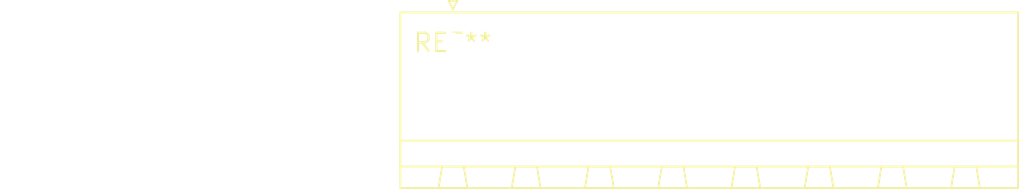
<source format=kicad_pcb>
(kicad_pcb (version 20240108) (generator pcbnew)
  (layers (0 "F.Cu" signal) (31 "B.Cu" signal) (34 "B.Paste" user) (35 "F.Paste" user) (36 "B.SilkS" user "B.Silkscreen") (37 "F.SilkS" user "F.Silkscreen") (38 "B.Mask" user) (39 "F.Mask" user) (44 "Edge.Cuts" user))
  (net 0 "")
  (footprint "PhoenixContact_MSTBA_2,5_8-G-5,08_1x08_P5.08mm_Horizontal" (layer "F.Cu") (at 0 0)
    (property "Reference" "REF**")
    (property "Value" "PhoenixContact_MSTBA_2,5_8-G-5,08_1x08_P5.08mm_Horizontal")
    (fp_line (start -3.65 -2.11) (end -3.65 10.11) (layer "F.SilkS") (stroke (width 0.12)))
    (fp_line (start -3.65 6.81) (end 39.21 6.81) (layer "F.SilkS") (stroke (width 0.12)))
    (fp_line (start -3.65 8.61) (end -3.65 6.81) (layer "F.SilkS") (stroke (width 0.12)))
    (fp_line (start -3.65 10.11) (end 39.21 10.11) (layer "F.SilkS") (stroke (width 0.12)))
    (fp_line (start -1 10.11) (end 1 10.11) (layer "F.SilkS") (stroke (width 0.12)))
    (fp_line (start -0.75 8.61) (end -1 10.11) (layer "F.SilkS") (stroke (width 0.12)))
    (fp_line (start -0.3 -2.91) (end 0.3 -2.91) (layer "F.SilkS") (stroke (width 0.12)))
    (fp_line (start 0 -2.31) (end -0.3 -2.91) (layer "F.SilkS") (stroke (width 0.12)))
    (fp_line (start 0.3 -2.91) (end 0 -2.31) (layer "F.SilkS") (stroke (width 0.12)))
    (fp_line (start 0.75 8.61) (end -0.75 8.61) (layer "F.SilkS") (stroke (width 0.12)))
    (fp_line (start 1 10.11) (end 0.75 8.61) (layer "F.SilkS") (stroke (width 0.12)))
    (fp_line (start 4.08 10.11) (end 6.08 10.11) (layer "F.SilkS") (stroke (width 0.12)))
    (fp_line (start 4.33 8.61) (end 4.08 10.11) (layer "F.SilkS") (stroke (width 0.12)))
    (fp_line (start 5.83 8.61) (end 4.33 8.61) (layer "F.SilkS") (stroke (width 0.12)))
    (fp_line (start 6.08 10.11) (end 5.83 8.61) (layer "F.SilkS") (stroke (width 0.12)))
    (fp_line (start 9.16 10.11) (end 11.16 10.11) (layer "F.SilkS") (stroke (width 0.12)))
    (fp_line (start 9.41 8.61) (end 9.16 10.11) (layer "F.SilkS") (stroke (width 0.12)))
    (fp_line (start 10.91 8.61) (end 9.41 8.61) (layer "F.SilkS") (stroke (width 0.12)))
    (fp_line (start 11.16 10.11) (end 10.91 8.61) (layer "F.SilkS") (stroke (width 0.12)))
    (fp_line (start 14.24 10.11) (end 16.24 10.11) (layer "F.SilkS") (stroke (width 0.12)))
    (fp_line (start 14.49 8.61) (end 14.24 10.11) (layer "F.SilkS") (stroke (width 0.12)))
    (fp_line (start 15.99 8.61) (end 14.49 8.61) (layer "F.SilkS") (stroke (width 0.12)))
    (fp_line (start 16.24 10.11) (end 15.99 8.61) (layer "F.SilkS") (stroke (width 0.12)))
    (fp_line (start 19.32 10.11) (end 21.32 10.11) (layer "F.SilkS") (stroke (width 0.12)))
    (fp_line (start 19.57 8.61) (end 19.32 10.11) (layer "F.SilkS") (stroke (width 0.12)))
    (fp_line (start 21.07 8.61) (end 19.57 8.61) (layer "F.SilkS") (stroke (width 0.12)))
    (fp_line (start 21.32 10.11) (end 21.07 8.61) (layer "F.SilkS") (stroke (width 0.12)))
    (fp_line (start 24.4 10.11) (end 26.4 10.11) (layer "F.SilkS") (stroke (width 0.12)))
    (fp_line (start 24.65 8.61) (end 24.4 10.11) (layer "F.SilkS") (stroke (width 0.12)))
    (fp_line (start 26.15 8.61) (end 24.65 8.61) (layer "F.SilkS") (stroke (width 0.12)))
    (fp_line (start 26.4 10.11) (end 26.15 8.61) (layer "F.SilkS") (stroke (width 0.12)))
    (fp_line (start 29.48 10.11) (end 31.48 10.11) (layer "F.SilkS") (stroke (width 0.12)))
    (fp_line (start 29.73 8.61) (end 29.48 10.11) (layer "F.SilkS") (stroke (width 0.12)))
    (fp_line (start 31.23 8.61) (end 29.73 8.61) (layer "F.SilkS") (stroke (width 0.12)))
    (fp_line (start 31.48 10.11) (end 31.23 8.61) (layer "F.SilkS") (stroke (width 0.12)))
    (fp_line (start 34.56 10.11) (end 36.56 10.11) (layer "F.SilkS") (stroke (width 0.12)))
    (fp_line (start 34.81 8.61) (end 34.56 10.11) (layer "F.SilkS") (stroke (width 0.12)))
    (fp_line (start 36.31 8.61) (end 34.81 8.61) (layer "F.SilkS") (stroke (width 0.12)))
    (fp_line (start 36.56 10.11) (end 36.31 8.61) (layer "F.SilkS") (stroke (width 0.12)))
    (fp_line (start 39.21 -2.11) (end -3.65 -2.11) (layer "F.SilkS") (stroke (width 0.12)))
    (fp_line (start 39.21 6.81) (end 39.21 8.61) (layer "F.SilkS") (stroke (width 0.12)))
    (fp_line (start 39.21 8.61) (end -3.65 8.61) (layer "F.SilkS") (stroke (width 0.12)))
    (fp_line (start 39.21 10.11) (end 39.21 -2.11) (layer "F.SilkS") (stroke (width 0.12)))
    (pad "1" thru_hole roundrect (at 0 0) (size 2.08 3.6) (drill 1.4) (layers *.Cu *.Mask) (remove_unused_layers) (roundrect_rratio 0.120192))
    (pad "2" thru_hole oval (at 5.08 0) (size 2.08 3.6) (drill 1.4) (layers *.Cu *.Mask) (remove_unused_layers))
    (pad "3" thru_hole oval (at 10.16 0) (size 2.08 3.6) (drill 1.4) (layers *.Cu *.Mask) (remove_unused_layers))
    (pad "4" thru_hole oval (at 15.24 0) (size 2.08 3.6) (drill 1.4) (layers *.Cu *.Mask) (remove_unused_layers))
    (pad "5" thru_hole oval (at 20.32 0) (size 2.08 3.6) (drill 1.4) (layers *.Cu *.Mask) (remove_unused_layers))
    (pad "6" thru_hole oval (at 25.4 0) (size 2.08 3.6) (drill 1.4) (layers *.Cu *.Mask) (remove_unused_layers))
    (pad "7" thru_hole oval (at 30.48 0) (size 2.08 3.6) (drill 1.4) (layers *.Cu *.Mask) (remove_unused_layers))
    (pad "8" thru_hole oval (at 35.56 0) (size 2.08 3.6) (drill 1.4) (layers *.Cu *.Mask) (remove_unused_layers))
  )
)
</source>
